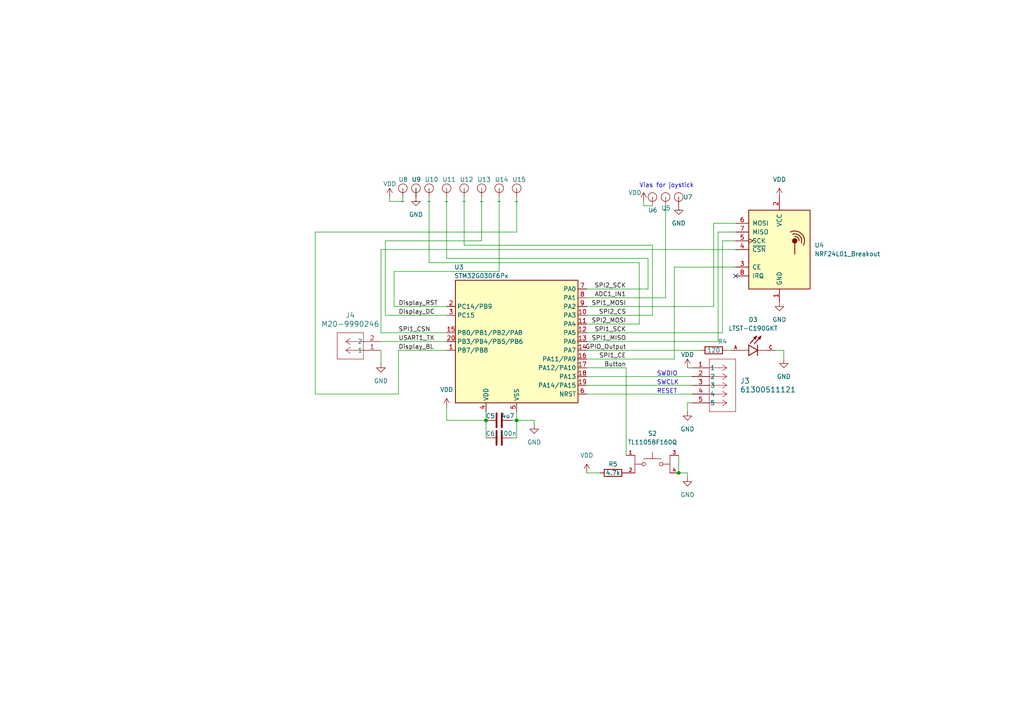
<source format=kicad_sch>
(kicad_sch (version 20230121) (generator eeschema)
  (paper "A4")
  (lib_symbols
    (symbol "61300511121:61300511121" (pin_names (offset 0.254))
      (property "Reference" "J" (at 8.89 6.35 0))
      (property "Value" "61300511121" (at 0 0 0))
      (symbol "61300511121_0_1"
        (polyline (pts (xy 5.08 -12.7) (xy 12.7 -12.7)) (stroke (width 0.127)))
        (polyline (pts (xy 5.08 2.54) (xy 5.08 -12.7)) (stroke (width 0.127)))
        (polyline (pts (xy 10.16 -10.16) (xy 5.08 -10.16)) (stroke (width 0.127)))
        (polyline (pts (xy 10.16 -10.16) (xy 8.89 -11.0067)) (stroke (width 0.127)))
        (polyline (pts (xy 10.16 -10.16) (xy 8.89 -9.3133)) (stroke (width 0.127)))
        (polyline (pts (xy 10.16 -7.62) (xy 5.08 -7.62)) (stroke (width 0.127)))
        (polyline (pts (xy 10.16 -7.62) (xy 8.89 -8.4667)) (stroke (width 0.127)))
        (polyline (pts (xy 10.16 -7.62) (xy 8.89 -6.7733)) (stroke (width 0.127)))
        (polyline (pts (xy 10.16 -5.08) (xy 5.08 -5.08)) (stroke (width 0.127)))
        (polyline (pts (xy 10.16 -5.08) (xy 8.89 -5.9267)) (stroke (width 0.127)))
        (polyline (pts (xy 10.16 -5.08) (xy 8.89 -4.2333)) (stroke (width 0.127)))
        (polyline (pts (xy 10.16 -2.54) (xy 5.08 -2.54)) (stroke (width 0.127)))
        (polyline (pts (xy 10.16 -2.54) (xy 8.89 -3.3867)) (stroke (width 0.127)))
        (polyline (pts (xy 10.16 -2.54) (xy 8.89 -1.6933)) (stroke (width 0.127)))
        (polyline (pts (xy 10.16 0) (xy 5.08 0)) (stroke (width 0.127)))
        (polyline (pts (xy 10.16 0) (xy 8.89 -0.8467)) (stroke (width 0.127)))
        (polyline (pts (xy 10.16 0) (xy 8.89 0.8467)) (stroke (width 0.127)))
        (polyline (pts (xy 12.7 -12.7) (xy 12.7 2.54)) (stroke (width 0.127)))
        (polyline (pts (xy 12.7 2.54) (xy 5.08 2.54)) (stroke (width 0.127)))
        (pin unspecified line (at 0 0 0) (length 5.08) (name "1") (number "1"))
        (pin unspecified line (at 0 -2.54 0) (length 5.08) (name "2") (number "2"))
        (pin unspecified line (at 0 -5.08 0) (length 5.08) (name "3") (number "3"))
        (pin unspecified line (at 0 -7.62 0) (length 5.08) (name "4") (number "4"))
        (pin unspecified line (at 0 -10.16 0) (length 5.08) (name "5") (number "5"))
      )
    )
    (symbol "Device:C" (pin_numbers hide) (pin_names (offset 0.254))
      (property "Reference" "C" (at 0.635 2.54 0))
      (property "Value" "C" (at 0.635 -2.54 0))
      (symbol "C_0_1"
        (polyline (pts (xy -2.032 -0.762) (xy 2.032 -0.762)) (stroke (width 0.508)))
        (polyline (pts (xy -2.032 0.762) (xy 2.032 0.762)) (stroke (width 0.508)))
      )
      (symbol "C_1_1"
        (pin passive line (at 0 3.81 270) (length 2.794) (name "~") (number "1"))
        (pin passive line (at 0 -3.81 90) (length 2.794) (name "~") (number "2"))
      )
    )
    (symbol "Device:R" (pin_numbers hide) (pin_names (offset 0))
      (property "Reference" "R" (at 2.032 0 90))
      (property "Value" "R" (at 0 0 90))
      (symbol "R_0_1"
        (rectangle (start -1.016 -2.54) (end 1.016 2.54) (stroke (width 0.254)))
      )
      (symbol "R_1_1"
        (pin passive line (at 0 3.81 270) (length 1.27) (name "~") (number "1"))
        (pin passive line (at 0 -3.81 90) (length 1.27) (name "~") (number "2"))
      )
    )
    (symbol "LTST-C190GKT:LTST-C190GKT" (pin_names (offset 1.016))
      (property "Reference" "D" (at -5.08 5.08 0))
      (property "Value" "LTST-C190GKT" (at -5.08 -5.08 0))
      (symbol "LTST-C190GKT_0_0"
        (polyline (pts (xy -2.54 -1.524) (xy 0 0)) (stroke (width 0.254)))
        (polyline (pts (xy -2.54 0) (xy -5.08 0)) (stroke (width 0.1524)))
        (polyline (pts (xy -2.54 0) (xy -2.54 -1.524)) (stroke (width 0.254)))
        (polyline (pts (xy -2.54 1.524) (xy -2.54 0)) (stroke (width 0.254)))
        (polyline (pts (xy -0.3556 4.0386) (xy -2.1336 2.0066)) (stroke (width 0.254)))
        (polyline (pts (xy 0 0) (xy -2.54 1.524)) (stroke (width 0.254)))
        (polyline (pts (xy 0 0) (xy 0 -1.524)) (stroke (width 0.254)))
        (polyline (pts (xy 0 1.524) (xy 0 0)) (stroke (width 0.254)))
        (polyline (pts (xy 0.889 3.937) (xy -0.889 1.905)) (stroke (width 0.254)))
        (polyline (pts (xy 2.54 0) (xy 0 0)) (stroke (width 0.1524)))
        (polyline (pts (xy -1.143 3.683) (xy -0.5715 3.175) (xy -0.1905 4.191) (xy -1.143 3.683)) (stroke (width 0.1524)) (fill (type outline)))
        (polyline (pts (xy 0.127 3.6195) (xy 0.6985 3.1115) (xy 1.0795 4.191) (xy 0.127 3.6195)) (stroke (width 0.1524)) (fill (type outline)))
        (pin passive line (at -7.62 0 0) (length 2.54) (name "~") (number "A"))
        (pin passive line (at 5.08 0 180) (length 2.54) (name "~") (number "C"))
      )
    )
    (symbol "M20-9990246:M20-9990246" (pin_names (offset 0.254))
      (property "Reference" "J" (at 8.89 6.35 0))
      (property "Value" "M20-9990246" (at 0 0 0))
      (symbol "M20-9990246_1_1"
        (polyline (pts (xy 5.08 -5.08) (xy 12.7 -5.08)) (stroke (width 0.127)))
        (polyline (pts (xy 5.08 2.54) (xy 5.08 -5.08)) (stroke (width 0.127)))
        (polyline (pts (xy 10.16 -2.54) (xy 5.08 -2.54)) (stroke (width 0.127)))
        (polyline (pts (xy 10.16 -2.54) (xy 8.89 -3.3867)) (stroke (width 0.127)))
        (polyline (pts (xy 10.16 -2.54) (xy 8.89 -1.6933)) (stroke (width 0.127)))
        (polyline (pts (xy 10.16 0) (xy 5.08 0)) (stroke (width 0.127)))
        (polyline (pts (xy 10.16 0) (xy 8.89 -0.8467)) (stroke (width 0.127)))
        (polyline (pts (xy 10.16 0) (xy 8.89 0.8467)) (stroke (width 0.127)))
        (polyline (pts (xy 12.7 -5.08) (xy 12.7 2.54)) (stroke (width 0.127)))
        (polyline (pts (xy 12.7 2.54) (xy 5.08 2.54)) (stroke (width 0.127)))
        (pin unspecified line (at 0 0 0) (length 5.08) (name "1") (number "1"))
        (pin unspecified line (at 0 -2.54 0) (length 5.08) (name "2") (number "2"))
      )
      (symbol "M20-9990246_1_2"
        (polyline (pts (xy 5.08 -5.08) (xy 12.7 -5.08)) (stroke (width 0.127)))
        (polyline (pts (xy 5.08 2.54) (xy 5.08 -5.08)) (stroke (width 0.127)))
        (polyline (pts (xy 7.62 -2.54) (xy 5.08 -2.54)) (stroke (width 0.127)))
        (polyline (pts (xy 7.62 -2.54) (xy 8.89 -3.3867)) (stroke (width 0.127)))
        (polyline (pts (xy 7.62 -2.54) (xy 8.89 -1.6933)) (stroke (width 0.127)))
        (polyline (pts (xy 7.62 0) (xy 5.08 0)) (stroke (width 0.127)))
        (polyline (pts (xy 7.62 0) (xy 8.89 -0.8467)) (stroke (width 0.127)))
        (polyline (pts (xy 7.62 0) (xy 8.89 0.8467)) (stroke (width 0.127)))
        (polyline (pts (xy 12.7 -5.08) (xy 12.7 2.54)) (stroke (width 0.127)))
        (polyline (pts (xy 12.7 2.54) (xy 5.08 2.54)) (stroke (width 0.127)))
        (pin unspecified line (at 0 0 0) (length 5.08) (name "1") (number "1"))
        (pin unspecified line (at 0 -2.54 0) (length 5.08) (name "2") (number "2"))
      )
    )
    (symbol "MCU_ST_STM32G0:STM32G030F6Px"
      (property "Reference" "U3" (at -18.1259 21.59 0))
      (property "Value" "STM32G030F6Px" (at -18.1259 19.05 0))
      (symbol "STM32G030F6Px_0_1"
        (rectangle (start -17.78 -17.78) (end 17.78 17.78) (stroke (width 0.254)) (fill (type background)))
      )
      (symbol "STM32G030F6Px_1_1"
        (pin bidirectional line (at -20.32 -2.54 0) (length 2.54) (name "PB7/PB8") (number "1"))
        (pin bidirectional line (at 20.32 7.62 180) (length 2.54) (name "PA3") (number "10"))
        (pin bidirectional line (at 20.32 5.08 180) (length 2.54) (name "PA4") (number "11"))
        (pin bidirectional line (at 20.32 2.54 180) (length 2.54) (name "PA5") (number "12"))
        (pin bidirectional line (at 20.32 0 180) (length 2.54) (name "PA6") (number "13"))
        (pin bidirectional line (at 20.32 -2.54 180) (length 2.54) (name "PA7") (number "14"))
        (pin bidirectional line (at -20.32 2.54 0) (length 2.54) (name "PB0/PB1/PB2/PA8") (number "15"))
        (pin bidirectional line (at 20.32 -5.08 180) (length 2.54) (name "PA11/PA9") (number "16"))
        (pin bidirectional line (at 20.32 -7.62 180) (length 2.54) (name "PA12/PA10") (number "17"))
        (pin bidirectional line (at 20.32 -10.16 180) (length 2.54) (name "PA13") (number "18"))
        (pin bidirectional line (at 20.32 -12.7 180) (length 2.54) (name "PA14/PA15") (number "19"))
        (pin bidirectional line (at -20.32 10.16 0) (length 2.54) (name "PC14/PB9") (number "2"))
        (pin bidirectional line (at -20.32 0 0) (length 2.54) (name "PB3/PB4/PB5/PB6") (number "20"))
        (pin bidirectional line (at -20.32 7.62 0) (length 2.54) (name "PC15") (number "3"))
        (pin power_in line (at -8.89 -20.32 90) (length 2.54) (name "VDD") (number "4"))
        (pin power_in line (at 0 -20.32 90) (length 2.54) (name "VSS") (number "5"))
        (pin input line (at 20.32 -15.24 180) (length 2.54) (name "NRST") (number "6"))
        (pin bidirectional line (at 20.32 15.24 180) (length 2.54) (name "PA0") (number "7"))
        (pin bidirectional line (at 20.32 12.7 180) (length 2.54) (name "PA1") (number "8"))
        (pin bidirectional line (at 20.32 10.16 180) (length 2.54) (name "PA2") (number "9"))
      )
    )
    (symbol "RF:NRF24L01_Breakout" (pin_names (offset 1.016))
      (property "Reference" "U" (at -8.89 12.7 0))
      (property "Value" "NRF24L01_Breakout" (at 3.81 12.7 0))
      (symbol "NRF24L01_Breakout_0_1"
        (rectangle (start -8.89 11.43) (end 8.89 -11.43) (stroke (width 0.254)) (fill (type background)))
        (polyline (pts (xy 4.445 1.905) (xy 4.445 -1.27)) (stroke (width 0.254)))
        (circle (center 4.445 2.54) (radius 0.635) (stroke (width 0.254)) (fill (type outline)))
        (arc (start 5.715 2.54) (mid 5.3521 3.4546) (end 4.445 3.81) (stroke (width 0.254)))
        (arc (start 6.35 1.905) (mid 5.8763 3.9854) (end 3.81 4.445) (stroke (width 0.254)))
        (arc (start 6.985 1.27) (mid 6.453 4.548) (end 3.175 5.08) (stroke (width 0.254)))
      )
      (symbol "NRF24L01_Breakout_1_1"
        (pin power_in line (at 0 -15.24 90) (length 3.81) (name "GND") (number "1"))
        (pin power_in line (at 0 15.24 270) (length 3.81) (name "VCC") (number "2"))
        (pin input line (at -12.7 -5.08 0) (length 3.81) (name "CE") (number "3"))
        (pin input line (at -12.7 0 0) (length 3.81) (name "~{CSN}") (number "4"))
        (pin input clock (at -12.7 2.54 0) (length 3.81) (name "SCK") (number "5"))
        (pin input line (at -12.7 7.62 0) (length 3.81) (name "MOSI") (number "6"))
        (pin output line (at -12.7 5.08 0) (length 3.81) (name "MISO") (number "7"))
        (pin output line (at -12.7 -7.62 0) (length 3.81) (name "IRQ") (number "8"))
      )
    )
    (symbol "TL1105BF160Q:TL1105BF160Q" (pin_names (offset 1.016))
      (property "Reference" "S" (at -5.08 5.08 0))
      (property "Value" "TL1105BF160Q" (at -5.08 -5.08 0))
      (symbol "TL1105BF160Q_0_0"
        (circle (center -2.54 0) (radius 0.508) (stroke (width 0.1524)))
        (polyline (pts (xy -5.08 0) (xy -3.048 0)) (stroke (width 0.1524)))
        (polyline (pts (xy -5.08 2.54) (xy -5.08 -2.54)) (stroke (width 0.1524)))
        (polyline (pts (xy -2.54 1.5875) (xy 0 1.5875)) (stroke (width 0.1524)))
        (polyline (pts (xy 0 1.5875) (xy 0 3.4925)) (stroke (width 0.1524)))
        (polyline (pts (xy 0 1.5875) (xy 2.54 1.5875)) (stroke (width 0.1524)))
        (polyline (pts (xy 5.08 0) (xy 3.048 0)) (stroke (width 0.1524)))
        (polyline (pts (xy 5.08 2.54) (xy 5.08 -2.54)) (stroke (width 0.1524)))
        (circle (center 2.54 0) (radius 0.508) (stroke (width 0.1524)))
        (pin passive line (at -7.62 2.54 0) (length 2.54) (name "~") (number "1"))
        (pin passive line (at -7.62 -2.54 0) (length 2.54) (name "~") (number "2"))
        (pin passive line (at 7.62 2.54 180) (length 2.54) (name "~") (number "3"))
        (pin passive line (at 7.62 -2.54 180) (length 2.54) (name "~") (number "4"))
      )
    )
    (symbol "Via:Small_Via"
      (property "Reference" "U" (at 0 0 0))
      (symbol "Small_Via_0_1"
        (circle (center 0 3.81) (radius 1.27))
      )
      (symbol "Small_Via_1_1"
        (pin bidirectional line (at 0 1.27 90) (length 2.54) (name "") (number ""))
      )
    )
    (symbol "power:GND" (power) (pin_names (offset 0))
      (property "Value" "GND" (at 0 -3.81 0))
      (symbol "GND_0_1"
        (polyline (pts (xy 0 0) (xy 0 -1.27) (xy 1.27 -1.27) (xy 0 -2.54) (xy -1.27 -1.27) (xy 0 -1.27)))
      )
      (symbol "GND_1_1"
        (pin power_in line (at 0 0 270) (length 0) hide (name "GND") (number "1"))
      )
    )
    (symbol "power:VDD" (power) (pin_names (offset 0))
      (property "Value" "VDD" (at 0 3.81 0))
      (symbol "VDD_0_1"
        (polyline (pts (xy -0.762 1.27) (xy 0 2.54)))
        (polyline (pts (xy 0 0) (xy 0 2.54)))
        (polyline (pts (xy 0 2.54) (xy 0.762 1.27)))
      )
      (symbol "VDD_1_1"
        (pin power_in line (at 0 0 90) (length 0) hide (name "VDD") (number "1"))
      )
    )
  )
  (junction (at 149.86 121.92))
  (junction (at 196.85 137.16))
  (junction (at 140.97 121.92))
  (no_connect (at 213.36 80.01))
  (wire (pts (xy 170.18 104.14) (xy 195.58 104.14)))
  (wire (pts (xy 110.49 101.6) (xy 110.49 105.41)))
  (wire (pts (xy 196.85 132.08) (xy 196.85 137.16)))
  (wire (pts (xy 189.23 71.12) (xy 189.23 91.44)))
  (wire (pts (xy 207.01 64.77) (xy 207.01 88.9)))
  (wire (pts (xy 149.86 57.15) (xy 149.86 67.31)))
  (wire (pts (xy 186.69 59.69) (xy 189.23 59.69)))
  (wire (pts (xy 209.55 69.85) (xy 209.55 96.52)))
  (wire (pts (xy 116.84 58.42) (xy 116.84 57.15)))
  (wire (pts (xy 170.18 96.52) (xy 209.55 96.52)))
  (wire (pts (xy 110.49 99.06) (xy 129.54 99.06)))
  (wire (pts (xy 213.36 77.47) (xy 195.58 77.47)))
  (wire (pts (xy 170.18 101.6) (xy 203.2 101.6)))
  (wire (pts (xy 154.94 123.19) (xy 154.94 121.92)))
  (wire (pts (xy 114.3 88.9) (xy 129.54 88.9)))
  (wire (pts (xy 110.49 72.39) (xy 110.49 96.52)))
  (wire (pts (xy 170.18 106.68) (xy 181.61 106.68)))
  (wire (pts (xy 213.36 72.39) (xy 110.49 72.39)))
  (wire (pts (xy 140.97 121.92) (xy 140.97 127)))
  (wire (pts (xy 149.86 127) (xy 148.59 127)))
  (wire (pts (xy 195.58 77.47) (xy 195.58 104.14)))
  (wire (pts (xy 149.86 67.31) (xy 91.44 67.31)))
  (wire (pts (xy 170.18 93.98) (xy 185.42 93.98)))
  (wire (pts (xy 186.69 59.69) (xy 186.69 58.42)))
  (wire (pts (xy 91.44 67.31) (xy 91.44 114.3)))
  (wire (pts (xy 213.36 69.85) (xy 209.55 69.85)))
  (wire (pts (xy 114.3 78.74) (xy 114.3 88.9)))
  (wire (pts (xy 111.76 91.44) (xy 129.54 91.44)))
  (wire (pts (xy 111.76 69.85) (xy 111.76 91.44)))
  (wire (pts (xy 170.18 88.9) (xy 207.01 88.9)))
  (wire (pts (xy 213.36 64.77) (xy 207.01 64.77)))
  (wire (pts (xy 134.62 57.15) (xy 134.62 71.12)))
  (wire (pts (xy 129.54 74.93) (xy 187.96 74.93)))
  (wire (pts (xy 200.66 116.84) (xy 199.39 116.84)))
  (wire (pts (xy 154.94 121.92) (xy 149.86 121.92)))
  (wire (pts (xy 140.97 121.92) (xy 129.54 121.92)))
  (wire (pts (xy 185.42 76.2) (xy 185.42 93.98)))
  (wire (pts (xy 196.85 137.16) (xy 199.39 137.16)))
  (wire (pts (xy 210.82 101.6) (xy 212.09 101.6)))
  (wire (pts (xy 170.18 137.16) (xy 173.99 137.16)))
  (wire (pts (xy 170.18 99.06) (xy 208.28 99.06)))
  (wire (pts (xy 91.44 114.3) (xy 115.57 114.3)))
  (wire (pts (xy 134.62 71.12) (xy 189.23 71.12)))
  (wire (pts (xy 140.97 119.38) (xy 140.97 121.92)))
  (wire (pts (xy 113.03 58.42) (xy 116.84 58.42)))
  (wire (pts (xy 224.79 101.6) (xy 227.33 101.6)))
  (wire (pts (xy 170.18 111.76) (xy 200.66 111.76)))
  (wire (pts (xy 208.28 67.31) (xy 208.28 99.06)))
  (wire (pts (xy 181.61 106.68) (xy 181.61 132.08)))
  (wire (pts (xy 170.18 86.36) (xy 193.04 86.36)))
  (wire (pts (xy 124.46 76.2) (xy 185.42 76.2)))
  (wire (pts (xy 110.49 96.52) (xy 129.54 96.52)))
  (wire (pts (xy 170.18 114.3) (xy 200.66 114.3)))
  (wire (pts (xy 149.86 121.92) (xy 148.59 121.92)))
  (wire (pts (xy 139.7 69.85) (xy 111.76 69.85)))
  (wire (pts (xy 139.7 57.15) (xy 139.7 69.85)))
  (wire (pts (xy 170.18 83.82) (xy 187.96 83.82)))
  (wire (pts (xy 129.54 118.11) (xy 129.54 121.92)))
  (wire (pts (xy 149.86 121.92) (xy 149.86 127)))
  (wire (pts (xy 113.03 57.15) (xy 113.03 58.42)))
  (wire (pts (xy 170.18 91.44) (xy 189.23 91.44)))
  (wire (pts (xy 149.86 119.38) (xy 149.86 121.92)))
  (wire (pts (xy 199.39 106.68) (xy 200.66 106.68)))
  (wire (pts (xy 170.18 109.22) (xy 200.66 109.22)))
  (wire (pts (xy 227.33 101.6) (xy 227.33 104.14)))
  (wire (pts (xy 115.57 101.6) (xy 129.54 101.6)))
  (wire (pts (xy 129.54 57.15) (xy 129.54 74.93)))
  (wire (pts (xy 187.96 74.93) (xy 187.96 83.82)))
  (wire (pts (xy 115.57 114.3) (xy 115.57 101.6)))
  (wire (pts (xy 124.46 57.15) (xy 124.46 76.2)))
  (wire (pts (xy 199.39 137.16) (xy 199.39 138.43)))
  (wire (pts (xy 199.39 116.84) (xy 199.39 119.38)))
  (wire (pts (xy 144.78 57.15) (xy 144.78 78.74)))
  (wire (pts (xy 193.04 59.69) (xy 193.04 86.36)))
  (wire (pts (xy 213.36 67.31) (xy 208.28 67.31)))
  (wire (pts (xy 144.78 78.74) (xy 114.3 78.74)))
  (text "RESET" (at 190.5 114.3 0) (effects (font (size 1.27 1.27)) (justify left bottom)))
  (text "SWDIO" (at 190.5 109.22 0) (effects (font (size 1.27 1.27)) (justify left bottom)))
  (text "Vias for joystick" (at 185.42 54.61 0) (effects (font (size 1.27 1.27)) (justify left bottom)))
  (text "SWCLK" (at 190.5 111.76 0) (effects (font (size 1.27 1.27)) (justify left bottom)))
  (label "GPIO_Output" (at 181.61 101.6 180))
  (label "SPI1_CE" (at 181.61 104.14 180))
  (label "Display_BL" (at 115.57 101.6 0))
  (label "SPI1_SCK" (at 181.61 96.52 180))
  (label "SPI1_CSN" (at 115.57 96.52 0))
  (label "SPI2_MOSI" (at 181.61 93.98 180))
  (label "Display_DC" (at 115.57 91.44 0))
  (label "SPI2_CS" (at 181.61 91.44 180))
  (label "ADC1_IN1" (at 181.61 86.36 180))
  (label "Display_RST" (at 115.57 88.9 0))
  (label "SPI1_MOSI" (at 181.61 88.9 180))
  (label "SPI1_MISO" (at 181.61 99.06 180))
  (label "Button" (at 181.61 106.68 180))
  (label "USART1_TX" (at 115.57 99.06 0))
  (label "SPI2_SCK" (at 181.61 83.82 180))
  (symbol (lib_id "Via:Small_Via") (at 124.46 58.42 0) (unit 1)
    (property "Reference" "U10" (at 123.19 52.07 0) (effects (justify left)))
    (property "Value" "~" (at 124.46 58.42 0))
    (property "Footprint" "MCU_:Wire_Via" (effects hide))
  )
  (symbol (lib_id "power:GND") (at 120.65 57.15 0) (unit 1)
    (property "Reference" "#PWR023" (effects hide))
    (property "Value" "GND" (at 120.65 62.23 0))
  )
  (symbol (lib_id "power:GND") (at 196.85 59.69 0) (unit 1)
    (property "Reference" "#PWR017" (effects hide))
    (property "Value" "GND" (at 196.85 64.77 0))
  )
  (symbol (lib_id "power:VDD") (at 113.03 57.15 0) (unit 1)
    (property "Reference" "#PWR022" (effects hide))
    (property "Value" "VDD" (at 113.03 53.34 0))
  )
  (symbol (lib_id "power:GND") (at 227.33 104.14 0) (unit 1)
    (property "Reference" "#PWR014" (effects hide))
    (property "Value" "GND" (at 227.33 109.22 0))
  )
  (symbol (lib_id "power:GND") (at 199.39 138.43 0) (unit 1)
    (property "Reference" "#PWR020" (effects hide))
    (property "Value" "GND" (at 199.39 143.51 0))
  )
  (symbol (lib_id "power:GND") (at 110.49 105.41 0) (unit 1)
    (property "Reference" "#PWR021" (effects hide))
    (property "Value" "GND" (at 110.49 110.49 0))
  )
  (symbol (lib_id "power:VDD") (at 186.69 58.42 0) (unit 1)
    (property "Reference" "#PWR018" (effects hide))
    (property "Value" "VDD" (at 184.15 55.88 0))
  )
  (symbol (lib_id "M20-9990246:M20-9990246") (at 110.49 101.6 180) (unit 1)
    (property "Reference" "J4" (at 101.6 91.44 0) (effects (font (size 1.524 1.524))))
    (property "Value" "M20-9990246" (at 101.6 93.98 0) (effects (font (size 1.524 1.524))))
    (property "Footprint" "MCU_:CONN2_M20-999_1x2_HRW" (effects hide))
    (property "Datasheet" "M20-9990246" (effects hide))
  )
  (symbol (lib_id "Device:C") (at 144.78 121.92 90) (unit 1)
    (property "Reference" "C5" (at 142.24 120.65 90))
    (property "Value" "4u7" (at 147.32 120.65 90))
  )
  (symbol (lib_id "power:GND") (at 154.94 123.19 0) (unit 1)
    (property "Reference" "#PWR011" (effects hide))
    (property "Value" "GND" (at 154.94 128.27 0))
  )
  (symbol (lib_id "Via:Small_Via") (at 189.23 60.96 0) (unit 1)
    (property "Reference" "U6" (at 187.96 60.96 0) (effects (justify left)))
    (property "Value" "~" (at 189.23 60.96 0))
    (property "Footprint" "MCU_:Wire_Via" (effects hide))
  )
  (symbol (lib_id "LTST-C190GKT:LTST-C190GKT") (at 219.71 101.6 0) (unit 1)
    (property "Reference" "D3" (at 218.44 92.71 0))
    (property "Value" "LTST-C190GKT" (at 218.44 95.25 0))
    (property "Footprint" "MCU_:LEDC1608X35N" (effects hide))
    (property "MF" "Lite-On Inc." (effects hide))
    (property "DESCRIPTION" "Green 571nm LED Indication - Discrete 2V 0603 (1608 Metric)" (effects hide))
    (property "PACKAGE" "0603 Lite-On" (effects hide))
    (property "PRICE" "None" (effects hide))
    (property "MP" "LTST-C190GKT" (effects hide))
    (property "AVAILABILITY" "In Stock" (effects hide))
    (property "PURCHASE-URL" "https://pricing.snapeda.com/search/part/LTST-C190GKT/?ref=eda" (effects hide))
  )
  (symbol (lib_id "Via:Small_Via") (at 134.62 58.42 0) (unit 1)
    (property "Reference" "U12" (at 133.35 52.07 0) (effects (justify left)))
    (property "Value" "~" (at 134.62 58.42 0))
    (property "Footprint" "MCU_:Wire_Via" (effects hide))
  )
  (symbol (lib_id "61300511121:61300511121") (at 200.66 106.68 0) (unit 1)
    (property "Reference" "J3" (at 214.63 110.49 0) (effects (font (size 1.524 1.524)) (justify left)))
    (property "Value" "61300511121" (at 214.63 113.03 0) (effects (font (size 1.524 1.524)) (justify left)))
    (property "Footprint" "MCU_:CONN5_0511121_WRE" (effects hide))
    (property "Datasheet" "61300511121" (effects hide))
  )
  (symbol (lib_id "Via:Small_Via") (at 144.78 58.42 0) (unit 1)
    (property "Reference" "U14" (at 143.51 52.07 0) (effects (justify left)))
    (property "Value" "~" (at 144.78 58.42 0))
    (property "Footprint" "MCU_:Wire_Via" (effects hide))
  )
  (symbol (lib_id "power:VDD") (at 129.54 118.11 0) (unit 1)
    (property "Reference" "#PWR010" (effects hide))
    (property "Value" "VDD" (at 129.54 113.03 0))
  )
  (symbol (lib_id "Via:Small_Via") (at 129.54 58.42 0) (unit 1)
    (property "Reference" "U11" (at 128.27 52.07 0) (effects (justify left)))
    (property "Value" "~" (at 129.54 58.42 0))
    (property "Footprint" "MCU_:Wire_Via" (effects hide))
  )
  (symbol (lib_id "Device:R") (at 177.8 137.16 270) (unit 1)
    (property "Reference" "R5" (at 177.8 134.62 90))
    (property "Value" "4.7k" (at 177.8 137.16 90))
  )
  (symbol (lib_id "power:VDD") (at 199.39 106.68 0) (unit 1)
    (property "Reference" "#PWR012" (effects hide))
    (property "Value" "VDD" (at 199.39 102.87 0))
  )
  (symbol (lib_id "Via:Small_Via") (at 196.85 60.96 0) (unit 1)
    (property "Reference" "U7" (at 198.12 57.15 0) (effects (justify left)))
    (property "Value" "~" (at 196.85 60.96 0))
    (property "Footprint" "MCU_:Wire_Via" (effects hide))
  )
  (symbol (lib_id "Via:Small_Via") (at 149.86 58.42 0) (unit 1)
    (property "Reference" "U15" (at 148.59 52.07 0) (effects (justify left)))
    (property "Value" "~" (at 149.86 58.42 0))
    (property "Footprint" "MCU_:Wire_Via" (effects hide))
  )
  (symbol (lib_id "Device:C") (at 144.78 127 90) (unit 1)
    (property "Reference" "C6" (at 142.24 125.73 90))
    (property "Value" "100n" (at 147.32 125.73 90))
  )
  (symbol (lib_id "power:VDD") (at 170.18 137.16 0) (unit 1)
    (property "Reference" "#PWR019" (effects hide))
    (property "Value" "VDD" (at 170.18 132.08 0))
  )
  (symbol (lib_id "Via:Small_Via") (at 116.84 58.42 0) (unit 1)
    (property "Reference" "U8" (at 115.57 52.07 0) (effects (justify left)))
    (property "Value" "~" (at 116.84 58.42 0))
    (property "Footprint" "MCU_:Wire_Via" (effects hide))
  )
  (symbol (lib_id "power:VDD") (at 226.06 57.15 0) (unit 1)
    (property "Reference" "#PWR015" (effects hide))
    (property "Value" "VDD" (at 226.06 52.07 0))
  )
  (symbol (lib_id "MCU_ST_STM32G0:STM32G030F6Px") (at 149.86 99.06 0) (unit 1)
    (property "Reference" "U3" (at 131.7341 77.47 0) (effects (justify left)))
    (property "Value" "STM32G030F6Px" (at 131.7341 80.01 0) (effects (justify left)))
    (property "Footprint" "Package_SO:TSSOP-20_4.4x6.5mm_P0.65mm" (effects hide))
    (property "Datasheet" "https://www.st.com/resource/en/datasheet/stm32g030f6.pdf" (effects hide))
    (property "Field4" "STM32G030F6P6" (effects hide))
  )
  (symbol (lib_id "Via:Small_Via") (at 193.04 60.96 0) (unit 1)
    (property "Reference" "U5" (at 191.77 60.325 0) (effects (justify left)))
    (property "Value" "~" (at 193.04 60.96 0))
    (property "Footprint" "MCU_:Wire_Via" (effects hide))
  )
  (symbol (lib_id "Device:R") (at 207.01 101.6 90) (unit 1)
    (property "Reference" "R4" (at 209.55 99.06 90))
    (property "Value" "120" (at 207.01 101.6 90))
  )
  (symbol (lib_id "power:GND") (at 226.06 87.63 0) (unit 1)
    (property "Reference" "#PWR016" (effects hide))
    (property "Value" "GND" (at 226.06 92.71 0))
  )
  (symbol (lib_id "TL1105BF160Q:TL1105BF160Q") (at 189.23 134.62 0) (unit 1)
    (property "Reference" "S2" (at 189.23 125.73 0))
    (property "Value" "TL1105BF160Q" (at 189.23 128.27 0))
    (property "Footprint" "MCU_:SW_TL1105BF160Q" (effects hide))
    (property "PARTREV" "A" (effects hide))
    (property "STANDARD" "Manufacturer Recommendations" (effects hide))
    (property "SNAPEDA_PN" "TL1105DF160Q" (effects hide))
    (property "MAXIMUM_PACKAGE_HEIGHT" "13 mm" (effects hide))
    (property "MANUFACTURER" "E-Switch" (effects hide))
  )
  (symbol (lib_id "RF:NRF24L01_Breakout") (at 226.06 72.39 0) (unit 1)
    (property "Reference" "U4" (at 236.22 71.12 0) (effects (justify left)))
    (property "Value" "NRF24L01_Breakout" (at 236.22 73.66 0) (effects (justify left)))
    (property "Footprint" "RF_Module:nRF24L01_Breakout" (effects hide))
    (property "Datasheet" "http://www.nordicsemi.com/eng/content/download/2730/34105/file/nRF24L01_Product_Specification_v2_0.pdf" (effects hide))
  )
  (symbol (lib_id "Via:Small_Via") (at 139.7 58.42 0) (unit 1)
    (property "Reference" "U13" (at 138.43 52.07 0) (effects (justify left)))
    (property "Value" "~" (at 139.7 58.42 0))
    (property "Footprint" "MCU_:Wire_Via" (effects hide))
  )
  (symbol (lib_id "Via:Small_Via") (at 120.65 58.42 0) (unit 1)
    (property "Reference" "U9" (at 119.38 52.07 0) (effects (justify left)))
    (property "Value" "~" (at 120.65 58.42 0))
    (property "Footprint" "MCU_:Wire_Via" (effects hide))
  )
  (symbol (lib_id "power:GND") (at 199.39 119.38 0) (unit 1)
    (property "Reference" "#PWR013" (effects hide))
    (property "Value" "GND" (at 199.39 124.46 0))
  )
)
</source>
